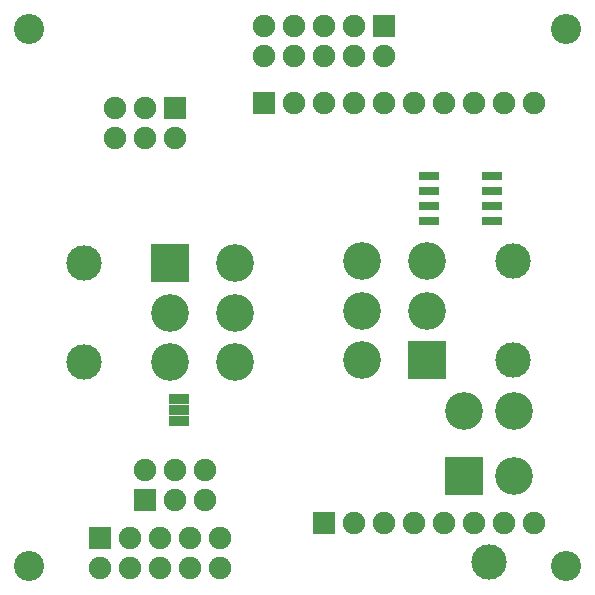
<source format=gts>
G04 DipTrace 3.0.0.1*
G04 Arm-shield_lay_V2.GTS*
%MOIN*%
G04 #@! TF.FileFunction,Soldermask,Top*
G04 #@! TF.Part,Single*
%ADD27C,0.1004*%
%ADD28C,0.11811*%
%ADD35R,0.12611X0.12611*%
%ADD37R,0.067055X0.029654*%
%ADD39R,0.068X0.033*%
%ADD41C,0.12611*%
%ADD43C,0.074929*%
%ADD45R,0.074929X0.074929*%
%FSLAX26Y26*%
G04*
G70*
G90*
G75*
G01*
G04 TopMask*
%LPD*%
D27*
X2262946Y2262946D3*
X475259Y475259D3*
Y2262946D3*
X2262946Y475259D3*
D45*
X1656633Y2275448D3*
D43*
Y2175448D3*
X1556633Y2275448D3*
Y2175448D3*
X1456633Y2275448D3*
Y2175448D3*
X1356633Y2275448D3*
Y2175448D3*
X1256633Y2275448D3*
Y2175448D3*
D45*
X712783Y569018D3*
D43*
Y469018D3*
X812783Y569018D3*
Y469018D3*
X912783Y569018D3*
Y469018D3*
X1012783Y569018D3*
Y469018D3*
X1112783Y569018D3*
Y469018D3*
D45*
X962810Y2000419D3*
D43*
Y1900419D3*
X862810Y2000419D3*
Y1900419D3*
X762810Y2000419D3*
Y1900419D3*
D45*
X862799Y694031D3*
D43*
Y794031D3*
X962799Y694031D3*
Y794031D3*
X1062799Y694031D3*
Y794031D3*
D41*
X944058Y1319097D3*
D39*
X975311Y956559D3*
Y994059D3*
Y1031559D3*
D45*
X1256591Y2019171D3*
D43*
X1356591D3*
X1456591D3*
X1556591D3*
X1656591D3*
X1756591D3*
X1856591D3*
X1956591D3*
X2056591D3*
X2156591D3*
D45*
X1456591Y619171D3*
D43*
X1556591D3*
X1656591D3*
X1756591D3*
X1856591D3*
X1956591D3*
X2056591D3*
X2156591D3*
D37*
X1806648Y1775395D3*
Y1725395D3*
Y1675395D3*
Y1625395D3*
X2019247D3*
Y1675395D3*
Y1725395D3*
Y1775395D3*
D35*
X1925411Y775290D3*
D41*
X2090765D3*
Y991825D3*
X1925411D3*
D28*
X2008088Y487888D3*
D41*
X1800398Y1325348D3*
Y1490702D3*
X1583862Y1159993D3*
Y1490702D3*
Y1325348D3*
D35*
X1800398Y1159993D3*
D28*
X2087799D3*
Y1490702D3*
D41*
X944058Y1153743D3*
X1160593Y1484451D3*
Y1153743D3*
Y1319097D3*
D35*
X944058Y1484451D3*
D28*
X656656D3*
Y1153743D3*
M02*

</source>
